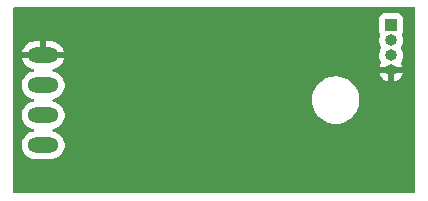
<source format=gbr>
%TF.GenerationSoftware,KiCad,Pcbnew,(6.0.0)*%
%TF.CreationDate,2022-01-09T12:52:57+00:00*%
%TF.ProjectId,DHT22,44485432-322e-46b6-9963-61645f706362,rev?*%
%TF.SameCoordinates,Original*%
%TF.FileFunction,Copper,L2,Bot*%
%TF.FilePolarity,Positive*%
%FSLAX46Y46*%
G04 Gerber Fmt 4.6, Leading zero omitted, Abs format (unit mm)*
G04 Created by KiCad (PCBNEW (6.0.0)) date 2022-01-09 12:52:57*
%MOMM*%
%LPD*%
G01*
G04 APERTURE LIST*
%TA.AperFunction,ComponentPad*%
%ADD10R,1.000000X1.000000*%
%TD*%
%TA.AperFunction,ComponentPad*%
%ADD11O,1.000000X1.000000*%
%TD*%
%TA.AperFunction,ComponentPad*%
%ADD12O,2.616000X1.308000*%
%TD*%
%TA.AperFunction,ViaPad*%
%ADD13C,0.508000*%
%TD*%
G04 APERTURE END LIST*
D10*
%TO.P,J2,1,Pin_1*%
%TO.N,VCC*%
X132080000Y-86360000D03*
D11*
%TO.P,J2,2,Pin_2*%
%TO.N,/B*%
X132080000Y-87630000D03*
%TO.P,J2,3,Pin_3*%
%TO.N,/A*%
X132080000Y-88900000D03*
%TO.P,J2,4,Pin_4*%
%TO.N,GND*%
X132080000Y-90170000D03*
%TD*%
D12*
%TO.P,U3,DATA,DATA*%
%TO.N,Net-(R4-Pad2)*%
X102616000Y-93980000D03*
%TO.P,U3,GND,GND*%
%TO.N,GND*%
X102616000Y-88900000D03*
%TO.P,U3,NC,NULL*%
%TO.N,unconnected-(U3-PadNC)*%
X102616000Y-91440000D03*
%TO.P,U3,VDD,VDD*%
%TO.N,VCC*%
X102616000Y-96520000D03*
%TD*%
D13*
%TO.N,GND*%
X120904000Y-87376000D03*
X109677200Y-89052400D03*
X119735600Y-92202000D03*
X125069600Y-88849200D03*
X108966000Y-97028000D03*
%TD*%
%TA.AperFunction,Conductor*%
%TO.N,GND*%
G36*
X134054121Y-84856002D02*
G01*
X134100614Y-84909658D01*
X134112000Y-84962000D01*
X134112000Y-100458000D01*
X134091998Y-100526121D01*
X134038342Y-100572614D01*
X133986000Y-100584000D01*
X100202000Y-100584000D01*
X100133879Y-100563998D01*
X100087386Y-100510342D01*
X100076000Y-100458000D01*
X100076000Y-96611599D01*
X100798119Y-96611599D01*
X100834301Y-96822166D01*
X100908250Y-97022613D01*
X101017489Y-97206228D01*
X101021295Y-97210568D01*
X101021298Y-97210572D01*
X101154553Y-97362519D01*
X101158360Y-97366860D01*
X101326145Y-97499131D01*
X101331256Y-97501820D01*
X101331259Y-97501822D01*
X101350576Y-97511985D01*
X101515225Y-97598611D01*
X101520746Y-97600325D01*
X101520750Y-97600327D01*
X101713752Y-97660256D01*
X101713757Y-97660257D01*
X101719267Y-97661968D01*
X101749718Y-97665572D01*
X101889055Y-97682064D01*
X101889061Y-97682064D01*
X101892742Y-97682500D01*
X103324196Y-97682500D01*
X103434140Y-97672397D01*
X103477001Y-97668459D01*
X103477003Y-97668459D01*
X103482756Y-97667930D01*
X103612771Y-97631262D01*
X103682828Y-97611504D01*
X103682830Y-97611503D01*
X103688387Y-97609936D01*
X103693563Y-97607384D01*
X103693567Y-97607382D01*
X103874826Y-97517995D01*
X103880007Y-97515440D01*
X104051197Y-97387607D01*
X104067070Y-97370436D01*
X104192305Y-97234957D01*
X104192307Y-97234954D01*
X104196224Y-97230717D01*
X104310232Y-97050025D01*
X104389403Y-96851582D01*
X104390528Y-96845925D01*
X104390530Y-96845919D01*
X104429957Y-96647703D01*
X104429957Y-96647699D01*
X104431084Y-96642035D01*
X104431483Y-96611599D01*
X104433805Y-96434183D01*
X104433881Y-96428401D01*
X104397699Y-96217834D01*
X104323750Y-96017387D01*
X104214511Y-95833772D01*
X104210705Y-95829432D01*
X104210702Y-95829428D01*
X104077447Y-95677481D01*
X104073640Y-95673140D01*
X103905855Y-95540869D01*
X103900744Y-95538180D01*
X103900741Y-95538178D01*
X103797443Y-95483830D01*
X103716775Y-95441389D01*
X103711254Y-95439675D01*
X103711250Y-95439673D01*
X103518248Y-95379744D01*
X103518243Y-95379743D01*
X103512733Y-95378032D01*
X103498624Y-95376362D01*
X103494070Y-95375823D01*
X103428772Y-95347952D01*
X103388908Y-95289204D01*
X103387135Y-95218229D01*
X103424014Y-95157563D01*
X103482867Y-95128323D01*
X103482756Y-95127930D01*
X103488320Y-95126361D01*
X103488324Y-95126360D01*
X103682828Y-95071504D01*
X103682830Y-95071503D01*
X103688387Y-95069936D01*
X103693563Y-95067384D01*
X103693567Y-95067382D01*
X103874826Y-94977995D01*
X103880007Y-94975440D01*
X104051197Y-94847607D01*
X104067070Y-94830436D01*
X104192305Y-94694957D01*
X104192307Y-94694954D01*
X104196224Y-94690717D01*
X104310232Y-94510025D01*
X104389403Y-94311582D01*
X104390528Y-94305925D01*
X104390530Y-94305919D01*
X104429957Y-94107703D01*
X104429957Y-94107699D01*
X104431084Y-94102035D01*
X104431483Y-94071599D01*
X104433805Y-93894183D01*
X104433881Y-93888401D01*
X104397699Y-93677834D01*
X104323750Y-93477387D01*
X104214511Y-93293772D01*
X104210705Y-93289432D01*
X104210702Y-93289428D01*
X104077447Y-93137481D01*
X104073640Y-93133140D01*
X103905855Y-93000869D01*
X103900744Y-92998180D01*
X103900741Y-92998178D01*
X103753019Y-92920458D01*
X103716775Y-92901389D01*
X103711254Y-92899675D01*
X103711250Y-92899673D01*
X103518248Y-92839744D01*
X103518243Y-92839743D01*
X103512733Y-92838032D01*
X103498624Y-92836362D01*
X103494070Y-92835823D01*
X103428772Y-92807952D01*
X103388908Y-92749204D01*
X103387135Y-92678229D01*
X103410537Y-92639733D01*
X125368822Y-92639733D01*
X125368975Y-92644121D01*
X125368975Y-92644127D01*
X125377653Y-92892618D01*
X125378625Y-92920458D01*
X125379387Y-92924781D01*
X125379388Y-92924788D01*
X125403164Y-93059624D01*
X125427402Y-93197087D01*
X125514203Y-93464235D01*
X125516131Y-93468188D01*
X125516133Y-93468193D01*
X125523259Y-93482803D01*
X125637340Y-93716702D01*
X125639795Y-93720341D01*
X125639798Y-93720347D01*
X125712890Y-93828710D01*
X125794415Y-93949576D01*
X125982371Y-94158322D01*
X126197550Y-94338879D01*
X126435764Y-94487731D01*
X126692375Y-94601982D01*
X126962390Y-94679407D01*
X126966740Y-94680018D01*
X126966743Y-94680019D01*
X127042865Y-94690717D01*
X127240552Y-94718500D01*
X127451146Y-94718500D01*
X127453332Y-94718347D01*
X127453336Y-94718347D01*
X127656827Y-94704118D01*
X127656832Y-94704117D01*
X127661212Y-94703811D01*
X127935970Y-94645409D01*
X127940099Y-94643906D01*
X127940103Y-94643905D01*
X128195781Y-94550846D01*
X128195785Y-94550844D01*
X128199926Y-94549337D01*
X128447942Y-94417464D01*
X128552896Y-94341211D01*
X128671629Y-94254947D01*
X128671632Y-94254944D01*
X128675192Y-94252358D01*
X128877252Y-94057231D01*
X129050188Y-93835882D01*
X129052384Y-93832078D01*
X129052389Y-93832071D01*
X129188435Y-93596431D01*
X129190636Y-93592619D01*
X129295862Y-93332176D01*
X129329544Y-93197087D01*
X129362753Y-93063893D01*
X129362754Y-93063888D01*
X129363817Y-93059624D01*
X129369617Y-93004446D01*
X129392719Y-92784636D01*
X129392719Y-92784633D01*
X129393178Y-92780267D01*
X129393025Y-92775873D01*
X129383529Y-92503939D01*
X129383528Y-92503933D01*
X129383375Y-92499542D01*
X129369197Y-92419131D01*
X129346504Y-92290436D01*
X129334598Y-92222913D01*
X129247797Y-91955765D01*
X129243803Y-91947575D01*
X129143617Y-91742166D01*
X129124660Y-91703298D01*
X129122205Y-91699659D01*
X129122202Y-91699653D01*
X129004948Y-91525817D01*
X128967585Y-91470424D01*
X128779629Y-91261678D01*
X128564450Y-91081121D01*
X128326236Y-90932269D01*
X128069625Y-90818018D01*
X127799610Y-90740593D01*
X127795260Y-90739982D01*
X127795257Y-90739981D01*
X127678072Y-90723512D01*
X127521448Y-90701500D01*
X127310854Y-90701500D01*
X127308668Y-90701653D01*
X127308664Y-90701653D01*
X127105173Y-90715882D01*
X127105168Y-90715883D01*
X127100788Y-90716189D01*
X126826030Y-90774591D01*
X126821901Y-90776094D01*
X126821897Y-90776095D01*
X126566219Y-90869154D01*
X126566215Y-90869156D01*
X126562074Y-90870663D01*
X126314058Y-91002536D01*
X126310499Y-91005122D01*
X126310497Y-91005123D01*
X126121836Y-91142193D01*
X126086808Y-91167642D01*
X125884748Y-91362769D01*
X125711812Y-91584118D01*
X125709616Y-91587922D01*
X125709611Y-91587929D01*
X125623852Y-91736469D01*
X125571364Y-91827381D01*
X125466138Y-92087824D01*
X125465073Y-92092097D01*
X125465072Y-92092099D01*
X125411340Y-92307607D01*
X125398183Y-92360376D01*
X125397724Y-92364744D01*
X125397723Y-92364749D01*
X125374225Y-92588323D01*
X125368822Y-92639733D01*
X103410537Y-92639733D01*
X103424014Y-92617563D01*
X103482867Y-92588323D01*
X103482756Y-92587930D01*
X103488320Y-92586361D01*
X103488324Y-92586360D01*
X103682828Y-92531504D01*
X103682830Y-92531503D01*
X103688387Y-92529936D01*
X103693563Y-92527384D01*
X103693567Y-92527382D01*
X103874826Y-92437995D01*
X103880007Y-92435440D01*
X103980531Y-92360376D01*
X104046573Y-92311060D01*
X104046574Y-92311059D01*
X104051197Y-92307607D01*
X104067070Y-92290436D01*
X104192305Y-92154957D01*
X104192307Y-92154954D01*
X104196224Y-92150717D01*
X104310232Y-91970025D01*
X104389403Y-91771582D01*
X104390528Y-91765925D01*
X104390530Y-91765919D01*
X104429957Y-91567703D01*
X104429957Y-91567699D01*
X104431084Y-91562035D01*
X104431483Y-91531599D01*
X104433805Y-91354183D01*
X104433881Y-91348401D01*
X104397699Y-91137834D01*
X104323750Y-90937387D01*
X104300812Y-90898831D01*
X104217467Y-90758740D01*
X104217465Y-90758737D01*
X104214511Y-90753772D01*
X104210705Y-90749432D01*
X104210702Y-90749428D01*
X104077447Y-90597481D01*
X104073640Y-90593140D01*
X104052052Y-90576121D01*
X103910392Y-90464446D01*
X103905855Y-90460869D01*
X103900744Y-90458180D01*
X103900741Y-90458178D01*
X103858540Y-90435975D01*
X131107601Y-90435975D01*
X131136552Y-90536941D01*
X131141067Y-90548345D01*
X131225794Y-90713207D01*
X131232435Y-90723512D01*
X131347568Y-90868772D01*
X131356091Y-90877598D01*
X131497245Y-90997730D01*
X131507317Y-91004730D01*
X131669116Y-91095156D01*
X131680356Y-91100067D01*
X131808768Y-91141790D01*
X131822867Y-91142193D01*
X131826000Y-91135821D01*
X131826000Y-91127564D01*
X132334000Y-91127564D01*
X132337973Y-91141095D01*
X132346188Y-91142276D01*
X132440337Y-91115989D01*
X132451787Y-91111548D01*
X132617226Y-91027979D01*
X132627585Y-91021404D01*
X132773639Y-90907295D01*
X132782527Y-90898831D01*
X132903643Y-90758517D01*
X132910711Y-90748497D01*
X133002262Y-90587337D01*
X133007256Y-90576121D01*
X133052142Y-90441190D01*
X133052643Y-90427097D01*
X133046454Y-90424000D01*
X132352115Y-90424000D01*
X132336876Y-90428475D01*
X132335671Y-90429865D01*
X132334000Y-90437548D01*
X132334000Y-91127564D01*
X131826000Y-91127564D01*
X131826000Y-90442115D01*
X131821525Y-90426876D01*
X131820135Y-90425671D01*
X131812452Y-90424000D01*
X131122282Y-90424000D01*
X131108751Y-90427973D01*
X131107601Y-90435975D01*
X103858540Y-90435975D01*
X103797443Y-90403830D01*
X103716775Y-90361389D01*
X103711254Y-90359675D01*
X103711250Y-90359673D01*
X103518248Y-90299744D01*
X103518243Y-90299743D01*
X103512733Y-90298032D01*
X103507002Y-90297354D01*
X103506994Y-90297352D01*
X103492389Y-90295623D01*
X103427092Y-90267752D01*
X103387229Y-90209003D01*
X103385456Y-90138028D01*
X103422337Y-90077363D01*
X103484243Y-90046606D01*
X103488233Y-90045867D01*
X103682643Y-89991038D01*
X103693390Y-89986913D01*
X103874565Y-89897566D01*
X103884374Y-89891554D01*
X104046225Y-89770696D01*
X104054785Y-89762989D01*
X104191907Y-89614651D01*
X104198908Y-89605526D01*
X104306704Y-89434680D01*
X104311924Y-89424436D01*
X104386782Y-89236803D01*
X104390049Y-89225774D01*
X104400791Y-89171768D01*
X104399639Y-89158894D01*
X104384484Y-89154000D01*
X100844647Y-89154000D01*
X100831685Y-89157806D01*
X100829749Y-89172722D01*
X100833807Y-89196339D01*
X100836787Y-89207459D01*
X100906705Y-89396981D01*
X100911655Y-89407359D01*
X101014941Y-89580967D01*
X101021705Y-89590276D01*
X101154900Y-89742157D01*
X101163235Y-89750067D01*
X101321879Y-89875132D01*
X101331536Y-89881403D01*
X101510298Y-89975454D01*
X101520941Y-89979862D01*
X101713857Y-90039765D01*
X101725112Y-90042157D01*
X101739589Y-90043871D01*
X101804887Y-90071742D01*
X101844750Y-90130491D01*
X101846523Y-90201465D01*
X101809643Y-90262131D01*
X101749411Y-90292055D01*
X101749244Y-90292070D01*
X101743682Y-90293639D01*
X101743680Y-90293639D01*
X101549172Y-90348496D01*
X101549170Y-90348497D01*
X101543613Y-90350064D01*
X101538437Y-90352616D01*
X101538433Y-90352618D01*
X101369402Y-90435975D01*
X101351993Y-90444560D01*
X101180803Y-90572393D01*
X101176889Y-90576627D01*
X101176887Y-90576629D01*
X101041111Y-90723512D01*
X101035776Y-90729283D01*
X100921768Y-90909975D01*
X100842597Y-91108418D01*
X100841472Y-91114075D01*
X100841470Y-91114081D01*
X100830208Y-91170700D01*
X100800916Y-91317965D01*
X100800840Y-91323740D01*
X100800840Y-91323744D01*
X100800442Y-91354183D01*
X100798119Y-91531599D01*
X100834301Y-91742166D01*
X100908250Y-91942613D01*
X101017489Y-92126228D01*
X101021295Y-92130568D01*
X101021298Y-92130572D01*
X101102280Y-92222913D01*
X101158360Y-92286860D01*
X101326145Y-92419131D01*
X101331256Y-92421820D01*
X101331259Y-92421822D01*
X101350576Y-92431985D01*
X101515225Y-92518611D01*
X101520746Y-92520325D01*
X101520750Y-92520327D01*
X101713752Y-92580256D01*
X101713757Y-92580257D01*
X101719267Y-92581968D01*
X101733376Y-92583638D01*
X101737930Y-92584177D01*
X101803228Y-92612048D01*
X101843092Y-92670796D01*
X101844865Y-92741771D01*
X101807986Y-92802437D01*
X101749133Y-92831677D01*
X101749244Y-92832070D01*
X101743680Y-92833639D01*
X101743676Y-92833640D01*
X101549172Y-92888496D01*
X101549170Y-92888497D01*
X101543613Y-92890064D01*
X101538437Y-92892616D01*
X101538433Y-92892618D01*
X101473199Y-92924788D01*
X101351993Y-92984560D01*
X101347367Y-92988014D01*
X101347366Y-92988015D01*
X101245753Y-93063893D01*
X101180803Y-93112393D01*
X101176889Y-93116627D01*
X101176887Y-93116629D01*
X101161625Y-93133140D01*
X101035776Y-93269283D01*
X100921768Y-93449975D01*
X100842597Y-93648418D01*
X100841472Y-93654075D01*
X100841470Y-93654081D01*
X100804619Y-93839347D01*
X100800916Y-93857965D01*
X100800840Y-93863740D01*
X100800840Y-93863744D01*
X100800442Y-93894183D01*
X100798119Y-94071599D01*
X100834301Y-94282166D01*
X100908250Y-94482613D01*
X100911202Y-94487574D01*
X100911202Y-94487575D01*
X100978204Y-94600195D01*
X101017489Y-94666228D01*
X101021295Y-94670568D01*
X101021298Y-94670572D01*
X101063196Y-94718347D01*
X101158360Y-94826860D01*
X101326145Y-94959131D01*
X101331256Y-94961820D01*
X101331259Y-94961822D01*
X101350576Y-94971985D01*
X101515225Y-95058611D01*
X101520746Y-95060325D01*
X101520750Y-95060327D01*
X101713752Y-95120256D01*
X101713757Y-95120257D01*
X101719267Y-95121968D01*
X101733376Y-95123638D01*
X101737930Y-95124177D01*
X101803228Y-95152048D01*
X101843092Y-95210796D01*
X101844865Y-95281771D01*
X101807986Y-95342437D01*
X101749133Y-95371677D01*
X101749244Y-95372070D01*
X101743680Y-95373639D01*
X101743676Y-95373640D01*
X101549172Y-95428496D01*
X101549170Y-95428497D01*
X101543613Y-95430064D01*
X101538437Y-95432616D01*
X101538433Y-95432618D01*
X101357174Y-95522005D01*
X101351993Y-95524560D01*
X101180803Y-95652393D01*
X101176889Y-95656627D01*
X101176887Y-95656629D01*
X101161625Y-95673140D01*
X101035776Y-95809283D01*
X100921768Y-95989975D01*
X100842597Y-96188418D01*
X100841472Y-96194075D01*
X100841470Y-96194081D01*
X100802043Y-96392297D01*
X100800916Y-96397965D01*
X100800840Y-96403740D01*
X100800840Y-96403744D01*
X100800442Y-96434183D01*
X100798119Y-96611599D01*
X100076000Y-96611599D01*
X100076000Y-88885851D01*
X131066719Y-88885851D01*
X131083268Y-89082934D01*
X131137783Y-89273050D01*
X131228187Y-89448956D01*
X131234164Y-89456497D01*
X131234843Y-89458174D01*
X131235353Y-89458966D01*
X131235203Y-89459063D01*
X131260802Y-89522304D01*
X131247633Y-89592069D01*
X131244254Y-89597754D01*
X131244262Y-89597758D01*
X131151998Y-89765585D01*
X131147166Y-89776858D01*
X131108506Y-89898731D01*
X131108202Y-89912831D01*
X131114763Y-89916000D01*
X133038183Y-89916000D01*
X133051714Y-89912027D01*
X133052806Y-89904433D01*
X133018231Y-89789919D01*
X133013560Y-89778586D01*
X132926537Y-89614918D01*
X132919435Y-89604228D01*
X132898398Y-89536420D01*
X132914827Y-89472264D01*
X132922327Y-89459063D01*
X132951699Y-89407359D01*
X133002723Y-89317542D01*
X133002725Y-89317537D01*
X133005769Y-89312179D01*
X133068197Y-89124513D01*
X133092985Y-88928295D01*
X133093380Y-88900000D01*
X133074080Y-88703167D01*
X133055050Y-88640135D01*
X133018697Y-88519731D01*
X133016916Y-88513831D01*
X132924066Y-88339204D01*
X132920167Y-88334424D01*
X132919715Y-88333743D01*
X132898676Y-88265935D01*
X132915105Y-88201775D01*
X132924437Y-88185349D01*
X132996871Y-88057843D01*
X133002723Y-88047542D01*
X133002725Y-88047537D01*
X133005769Y-88042179D01*
X133068197Y-87854513D01*
X133092985Y-87658295D01*
X133093380Y-87630000D01*
X133074080Y-87433167D01*
X133016916Y-87243831D01*
X133014024Y-87238391D01*
X133012195Y-87233954D01*
X133004731Y-87163350D01*
X133022512Y-87122631D01*
X133020921Y-87121760D01*
X133025229Y-87113891D01*
X133030615Y-87106705D01*
X133081745Y-86970316D01*
X133088500Y-86908134D01*
X133088500Y-85811866D01*
X133081745Y-85749684D01*
X133030615Y-85613295D01*
X132943261Y-85496739D01*
X132826705Y-85409385D01*
X132690316Y-85358255D01*
X132628134Y-85351500D01*
X131531866Y-85351500D01*
X131469684Y-85358255D01*
X131333295Y-85409385D01*
X131216739Y-85496739D01*
X131129385Y-85613295D01*
X131078255Y-85749684D01*
X131071500Y-85811866D01*
X131071500Y-86908134D01*
X131078255Y-86970316D01*
X131129385Y-87106705D01*
X131134771Y-87113892D01*
X131139079Y-87121760D01*
X131136858Y-87122976D01*
X131157013Y-87176910D01*
X131147993Y-87230605D01*
X131148567Y-87230787D01*
X131146706Y-87236654D01*
X131146705Y-87236656D01*
X131090627Y-87413436D01*
X131088765Y-87419306D01*
X131066719Y-87615851D01*
X131067235Y-87621995D01*
X131077352Y-87742475D01*
X131083268Y-87812934D01*
X131084967Y-87818858D01*
X131115365Y-87924868D01*
X131137783Y-88003050D01*
X131228187Y-88178956D01*
X131232016Y-88183787D01*
X131233839Y-88186088D01*
X131234414Y-88187509D01*
X131235353Y-88188966D01*
X131235076Y-88189144D01*
X131260474Y-88251898D01*
X131247301Y-88321662D01*
X131243846Y-88327474D01*
X131148567Y-88500787D01*
X131146706Y-88506654D01*
X131146705Y-88506656D01*
X131090627Y-88683436D01*
X131088765Y-88689306D01*
X131066719Y-88885851D01*
X100076000Y-88885851D01*
X100076000Y-88628232D01*
X100831209Y-88628232D01*
X100832361Y-88641106D01*
X100847516Y-88646000D01*
X102343885Y-88646000D01*
X102359124Y-88641525D01*
X102360329Y-88640135D01*
X102362000Y-88632452D01*
X102362000Y-88627885D01*
X102870000Y-88627885D01*
X102874475Y-88643124D01*
X102875865Y-88644329D01*
X102883548Y-88646000D01*
X104387353Y-88646000D01*
X104400315Y-88642194D01*
X104402251Y-88627278D01*
X104398193Y-88603661D01*
X104395213Y-88592541D01*
X104325295Y-88403019D01*
X104320345Y-88392641D01*
X104217059Y-88219033D01*
X104210295Y-88209724D01*
X104077100Y-88057843D01*
X104068765Y-88049933D01*
X103910121Y-87924868D01*
X103900464Y-87918597D01*
X103721702Y-87824546D01*
X103711059Y-87820138D01*
X103518143Y-87760235D01*
X103506899Y-87757845D01*
X103342915Y-87738436D01*
X103335512Y-87738000D01*
X102888115Y-87738000D01*
X102872876Y-87742475D01*
X102871671Y-87743865D01*
X102870000Y-87751548D01*
X102870000Y-88627885D01*
X102362000Y-88627885D01*
X102362000Y-87756115D01*
X102357525Y-87740876D01*
X102356135Y-87739671D01*
X102348452Y-87738000D01*
X101910722Y-87738000D01*
X101904933Y-87738266D01*
X101755092Y-87752034D01*
X101743771Y-87754132D01*
X101549357Y-87808962D01*
X101538610Y-87813087D01*
X101357435Y-87902434D01*
X101347626Y-87908446D01*
X101185775Y-88029304D01*
X101177215Y-88037011D01*
X101040093Y-88185349D01*
X101033092Y-88194474D01*
X100925296Y-88365320D01*
X100920076Y-88375564D01*
X100845218Y-88563197D01*
X100841951Y-88574226D01*
X100831209Y-88628232D01*
X100076000Y-88628232D01*
X100076000Y-84962000D01*
X100096002Y-84893879D01*
X100149658Y-84847386D01*
X100202000Y-84836000D01*
X133986000Y-84836000D01*
X134054121Y-84856002D01*
G37*
%TD.AperFunction*%
%TD*%
M02*

</source>
